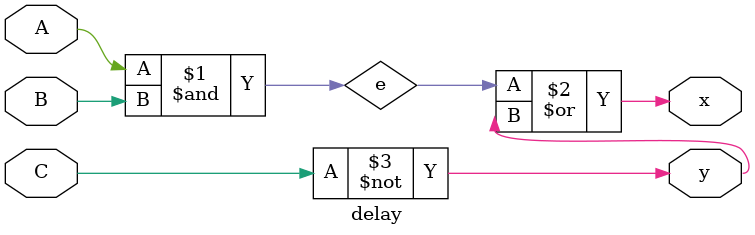
<source format=v>
module delay(A,B,C,x,y);

    input A,B,C;
    output x,y;
    wire e;

    // el retardo se hace con las directiva 
    // #(tiempo_de_retardo)
    and #(30) g1(e,A,B);
    or  #(20) g3(x,e,y);
    not #(10) g2(y,C);

endmodule
</source>
